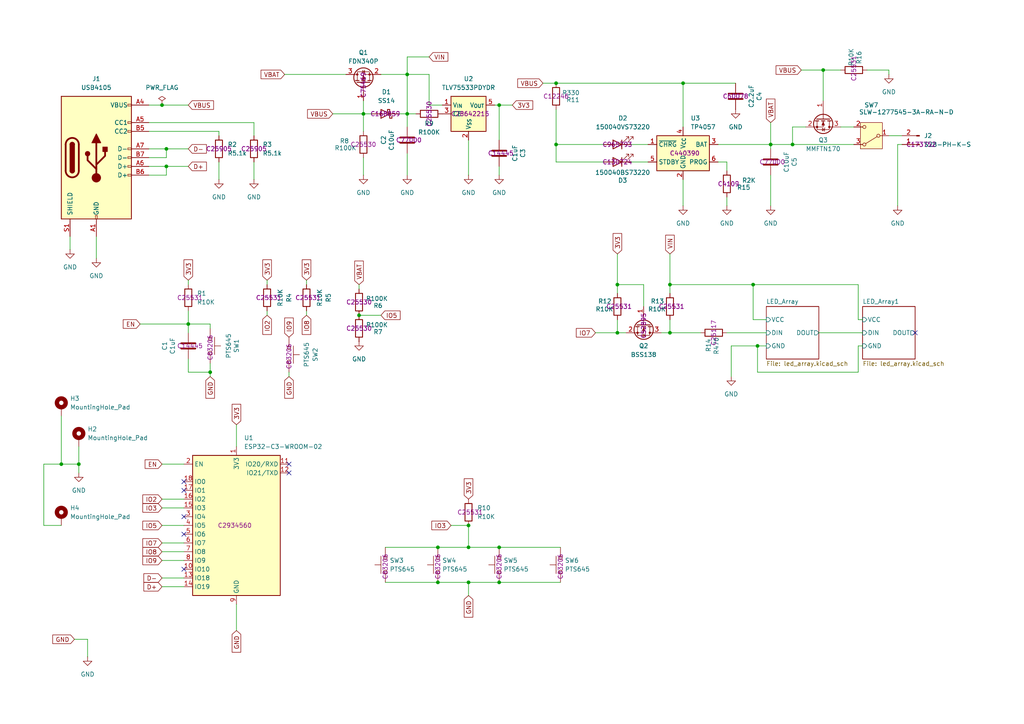
<source format=kicad_sch>
(kicad_sch (version 20250114) (generator "eeschema") (generator_version "9.0")
  (paper "A4")
  (lib_symbols
    (symbol "Battery_Management:TP4057"
      (property "Reference" "U" (at -6.35 6.604 0))
      (property "Value" "TP4057" (at 1.524 6.604 0))
      (symbol "TP4057_0_1"
        (rectangle (start -7.62 5.08) (end 7.62 -5.08) (stroke (width 0.254)) (fill (type background)))
      )
      (symbol "TP4057_1_1"
        (pin open_collector line (at -10.16 2.54 0) (length 2.54) (name "~{CHRG}") (number "1"))
        (pin open_collector line (at -10.16 -2.54 0) (length 2.54) (name "STDBY") (number "5"))
        (pin power_in line (at 0 7.62 270) (length 2.54) (name "V_{CC}") (number "4"))
        (pin power_in line (at 0 -7.62 90) (length 2.54) (name "GND") (number "2"))
        (pin power_out line (at 10.16 2.54 180) (length 2.54) (name "BAT") (number "3"))
        (pin passive line (at 10.16 -2.54 180) (length 2.54) (name "PROG") (number "6"))
      )
    )
    (symbol "Connector:Conn_01x02_Pin" (pin_names (offset 1.016) (hide yes))
      (property "Reference" "J" (at 0 2.54 0))
      (property "Value" "Conn_01x02_Pin" (at 0 -5.08 0))
      (symbol "Conn_01x02_Pin_1_1"
        (rectangle (start 0.8636 0.127) (end 0 -0.127) (stroke (width 0.1524)) (fill (type outline)))
        (rectangle (start 0.8636 -2.413) (end 0 -2.667) (stroke (width 0.1524)) (fill (type outline)))
        (polyline (pts (xy 1.27 0) (xy 0.8636 0)) (stroke (width 0.1524)))
        (polyline (pts (xy 1.27 -2.54) (xy 0.8636 -2.54)) (stroke (width 0.1524)))
        (pin passive line (at 5.08 0 180) (length 3.81) (name "Pin_1") (number "1"))
        (pin passive line (at 5.08 -2.54 180) (length 3.81) (name "Pin_2") (number "2"))
      )
    )
    (symbol "Connector:USB_C_Receptacle_USB2.0_14P" (pin_names (offset 1.016))
      (property "Reference" "J" (at 0 22.225 0))
      (property "Value" "USB_C_Receptacle_USB2.0_14P" (at 0 19.685 0))
      (symbol "USB_C_Receptacle_USB2.0_14P_0_0"
        (rectangle (start -0.254 -17.78) (end 0.254 -16.764))
        (rectangle (start 10.16 15.494) (end 9.144 14.986))
        (rectangle (start 10.16 10.414) (end 9.144 9.906))
        (rectangle (start 10.16 7.874) (end 9.144 7.366))
        (rectangle (start 10.16 2.794) (end 9.144 2.286))
        (rectangle (start 10.16 0.254) (end 9.144 -0.254))
        (rectangle (start 10.16 -2.286) (end 9.144 -2.794))
        (rectangle (start 10.16 -4.826) (end 9.144 -5.334))
      )
      (symbol "USB_C_Receptacle_USB2.0_14P_0_1"
        (rectangle (start -10.16 17.78) (end 10.16 -17.78) (stroke (width 0.254)) (fill (type background)))
        (polyline (pts (xy -8.89 -3.81) (xy -8.89 3.81)) (stroke (width 0.508)))
        (rectangle (start -7.62 -3.81) (end -6.35 3.81) (stroke (width 0.254)) (fill (type outline)))
        (arc (start -7.62 3.81) (mid -6.985 4.4423) (end -6.35 3.81) (stroke (width 0.254)))
        (arc (start -7.62 3.81) (mid -6.985 4.4423) (end -6.35 3.81) (stroke (width 0.254)) (fill (type outline)))
        (arc (start -8.89 3.81) (mid -6.985 5.7067) (end -5.08 3.81) (stroke (width 0.508)))
        (arc (start -5.08 -3.81) (mid -6.985 -5.7067) (end -8.89 -3.81) (stroke (width 0.508)))
        (arc (start -6.35 -3.81) (mid -6.985 -4.4423) (end -7.62 -3.81) (stroke (width 0.254)))
        (arc (start -6.35 -3.81) (mid -6.985 -4.4423) (end -7.62 -3.81) (stroke (width 0.254)) (fill (type outline)))
        (polyline (pts (xy -5.08 3.81) (xy -5.08 -3.81)) (stroke (width 0.508)))
        (circle (center -2.54 1.143) (radius 0.635) (stroke (width 0.254)) (fill (type outline)))
        (polyline (pts (xy -1.27 4.318) (xy 0 6.858) (xy 1.27 4.318) (xy -1.27 4.318)) (stroke (width 0.254)) (fill (type outline)))
        (polyline (pts (xy 0 -2.032) (xy 2.54 0.508) (xy 2.54 1.778)) (stroke (width 0.508)))
        (polyline (pts (xy 0 -3.302) (xy -2.54 -0.762) (xy -2.54 0.508)) (stroke (width 0.508)))
        (polyline (pts (xy 0 -5.842) (xy 0 4.318)) (stroke (width 0.508)))
        (circle (center 0 -5.842) (radius 1.27) (fill (type outline)))
        (rectangle (start 1.905 1.778) (end 3.175 3.048) (stroke (width 0.254)) (fill (type outline)))
      )
      (symbol "USB_C_Receptacle_USB2.0_14P_1_1"
        (pin passive line (at -7.62 -22.86 90) (length 5.08) (name "SHIELD") (number "S1"))
        (pin passive line (at 0 -22.86 90) (length 5.08) (name "GND") (number "A1"))
        (pin passive line (at 0 -22.86 90) (length 5.08) (hide yes) (name "GND") (number "A12"))
        (pin passive line (at 0 -22.86 90) (length 5.08) (hide yes) (name "GND") (number "B1"))
        (pin passive line (at 0 -22.86 90) (length 5.08) (hide yes) (name "GND") (number "B12"))
        (pin passive line (at 15.24 15.24 180) (length 5.08) (name "VBUS") (number "A4"))
        (pin passive line (at 15.24 15.24 180) (length 5.08) (hide yes) (name "VBUS") (number "A9"))
        (pin passive line (at 15.24 15.24 180) (length 5.08) (hide yes) (name "VBUS") (number "B4"))
        (pin passive line (at 15.24 15.24 180) (length 5.08) (hide yes) (name "VBUS") (number "B9"))
        (pin bidirectional line (at 15.24 10.16 180) (length 5.08) (name "CC1") (number "A5"))
        (pin bidirectional line (at 15.24 7.62 180) (length 5.08) (name "CC2") (number "B5"))
        (pin bidirectional line (at 15.24 2.54 180) (length 5.08) (name "D-") (number "A7"))
        (pin bidirectional line (at 15.24 0 180) (length 5.08) (name "D-") (number "B7"))
        (pin bidirectional line (at 15.24 -2.54 180) (length 5.08) (name "D+") (number "A6"))
        (pin bidirectional line (at 15.24 -5.08 180) (length 5.08) (name "D+") (number "B6"))
      )
    )
    (symbol "Device:C" (pin_numbers (hide yes)) (pin_names (offset 0.254))
      (property "Reference" "C" (at 0.635 2.54 0))
      (property "Value" "C" (at 0.635 -2.54 0))
      (symbol "C_0_1"
        (polyline (pts (xy -2.032 0.762) (xy 2.032 0.762)) (stroke (width 0.508)))
        (polyline (pts (xy -2.032 -0.762) (xy 2.032 -0.762)) (stroke (width 0.508)))
      )
      (symbol "C_1_1"
        (pin passive line (at 0 3.81 270) (length 2.794) (name "~") (number "1"))
        (pin passive line (at 0 -3.81 90) (length 2.794) (name "~") (number "2"))
      )
    )
    (symbol "Device:LED" (pin_numbers (hide yes)) (pin_names (offset 1.016) (hide yes))
      (property "Reference" "D" (at 0 2.54 0))
      (property "Value" "LED" (at 0 -2.54 0))
      (symbol "LED_0_1"
        (polyline (pts (xy -3.048 -0.762) (xy -4.572 -2.286) (xy -3.81 -2.286) (xy -4.572 -2.286) (xy -4.572 -1.524)))
        (polyline (pts (xy -1.778 -0.762) (xy -3.302 -2.286) (xy -2.54 -2.286) (xy -3.302 -2.286) (xy -3.302 -1.524)))
        (polyline (pts (xy -1.27 0) (xy 1.27 0)))
        (polyline (pts (xy -1.27 -1.27) (xy -1.27 1.27)) (stroke (width 0.254)))
        (polyline (pts (xy 1.27 -1.27) (xy 1.27 1.27) (xy -1.27 0) (xy 1.27 -1.27)) (stroke (width 0.254)))
      )
      (symbol "LED_1_1"
        (pin passive line (at -3.81 0 0) (length 2.54) (name "K") (number "1"))
        (pin passive line (at 3.81 0 180) (length 2.54) (name "A") (number "2"))
      )
    )
    (symbol "Device:R" (pin_numbers (hide yes)) (pin_names (offset 0))
      (property "Reference" "R" (at 2.032 0 90))
      (property "Value" "R" (at 0 0 90))
      (symbol "R_0_1"
        (rectangle (start -1.016 -2.54) (end 1.016 2.54) (stroke (width 0.254)))
      )
      (symbol "R_1_1"
        (pin passive line (at 0 3.81 270) (length 1.27) (name "~") (number "1"))
        (pin passive line (at 0 -3.81 90) (length 1.27) (name "~") (number "2"))
      )
    )
    (symbol "Diode:SS14" (pin_numbers (hide yes)) (pin_names (offset 1.016) (hide yes))
      (property "Reference" "D" (at 0 2.54 0))
      (property "Value" "SS14" (at 0 -2.54 0))
      (symbol "SS14_0_1"
        (polyline (pts (xy -1.905 0.635) (xy -1.905 1.27) (xy -1.27 1.27) (xy -1.27 -1.27) (xy -0.635 -1.27) (xy -0.635 -0.635)) (stroke (width 0.254)))
        (polyline (pts (xy 1.27 1.27) (xy 1.27 -1.27) (xy -1.27 0) (xy 1.27 1.27)) (stroke (width 0.254)))
        (polyline (pts (xy 1.27 0) (xy -1.27 0)))
      )
      (symbol "SS14_1_1"
        (pin passive line (at -3.81 0 0) (length 2.54) (name "K") (number "1"))
        (pin passive line (at 3.81 0 180) (length 2.54) (name "A") (number "2"))
      )
    )
    (symbol "Mechanical:MountingHole_Pad" (pin_numbers (hide yes)) (pin_names (offset 1.016) (hide yes)) (exclude_from_sim yes) (in_bom no)
      (property "Reference" "H" (at 0 6.35 0))
      (property "Value" "MountingHole_Pad" (at 0 4.445 0))
      (symbol "MountingHole_Pad_0_1"
        (circle (center 0 1.27) (radius 1.27) (stroke (width 1.27)))
      )
      (symbol "MountingHole_Pad_1_1"
        (pin input line (at 0 -2.54 90) (length 2.54) (name "1") (number "1"))
      )
    )
    (symbol "RF_Module:ESP32-C3-WROOM-02"
      (property "Reference" "U" (at -12.192 21.336 0))
      (property "Value" "ESP32-C3-WROOM-02" (at 12.192 21.336 0))
      (symbol "ESP32-C3-WROOM-02_1_1"
        (rectangle (start -12.7 20.32) (end 12.7 -20.32) (stroke (width 0.254)) (fill (type background)))
        (pin input line (at -15.24 17.78 0) (length 2.54) (name "EN") (number "2"))
        (pin bidirectional line (at -15.24 12.7 0) (length 2.54) (name "IO0") (number "18"))
        (pin bidirectional line (at -15.24 10.16 0) (length 2.54) (name "IO1") (number "17"))
        (pin bidirectional line (at -15.24 7.62 0) (length 2.54) (name "IO2") (number "16"))
        (pin bidirectional line (at -15.24 5.08 0) (length 2.54) (name "IO3") (number "15"))
        (pin bidirectional line (at -15.24 2.54 0) (length 2.54) (name "IO4") (number "3"))
        (pin bidirectional line (at -15.24 0 0) (length 2.54) (name "IO5") (number "4"))
        (pin bidirectional line (at -15.24 -2.54 0) (length 2.54) (name "IO6") (number "5"))
        (pin bidirectional line (at -15.24 -5.08 0) (length 2.54) (name "IO7") (number "6"))
        (pin bidirectional line (at -15.24 -7.62 0) (length 2.54) (name "IO8") (number "7"))
        (pin bidirectional line (at -15.24 -10.16 0) (length 2.54) (name "IO9") (number "8"))
        (pin bidirectional line (at -15.24 -12.7 0) (length 2.54) (name "IO10") (number "10"))
        (pin bidirectional line (at -15.24 -15.24 0) (length 2.54) (name "IO18") (number "13"))
        (pin bidirectional line (at -15.24 -17.78 0) (length 2.54) (name "IO19") (number "14"))
        (pin power_in line (at 0 22.86 270) (length 2.54) (name "3V3") (number "1"))
        (pin passive line (at 0 -22.86 90) (length 2.54) (hide yes) (name "GND") (number "19"))
        (pin power_in line (at 0 -22.86 90) (length 2.54) (name "GND") (number "9"))
        (pin bidirectional line (at 15.24 17.78 180) (length 2.54) (name "IO20/RXD") (number "11"))
        (pin bidirectional line (at 15.24 15.24 180) (length 2.54) (name "IO21/TXD") (number "12"))
      )
    )
    (symbol "Regulator_Linear:ME6211C33M5"
      (property "Reference" "U" (at -4.572 6.35 0))
      (property "Value" "ME6211C33M5" (at 10.16 8.636 0))
      (symbol "ME6211C33M5_1_1"
        (rectangle (start -5.08 5.08) (end 5.08 -5.08) (stroke (width 0.254)) (fill (type background)))
        (pin power_in line (at -7.62 2.54 0) (length 2.54) (name "V_{IN}") (number "1"))
        (pin input line (at -7.62 0 0) (length 2.54) (name "CE") (number "3"))
        (pin power_in line (at 0 -7.62 90) (length 2.54) (name "V_{SS}") (number "2"))
        (pin no_connect line (at 5.08 0 180) (length 2.54) (hide yes) (name "NC") (number "4"))
        (pin power_out line (at 7.62 2.54 180) (length 2.54) (name "V_{OUT}") (number "5"))
      )
    )
    (symbol "Switch:SW_Push" (pin_numbers (hide yes)) (pin_names (offset 1.016) (hide yes))
      (property "Reference" "SW" (at 1.27 2.54 0))
      (property "Value" "SW_Push" (at 0 -1.524 0))
      (symbol "SW_Push_0_1"
        (circle (center -2.032 0) (radius 0.508))
        (polyline (pts (xy 0 1.27) (xy 0 3.048)))
        (circle (center 2.032 0) (radius 0.508))
        (polyline (pts (xy 2.54 1.27) (xy -2.54 1.27)))
        (pin passive line (at -5.08 0 0) (length 2.54) (name "1") (number "1"))
        (pin passive line (at 5.08 0 180) (length 2.54) (name "2") (number "2"))
      )
    )
    (symbol "Switch:SW_Wuerth_450301014042" (pin_names (offset 1) (hide yes))
      (property "Reference" "SW" (at 0 5.08 0))
      (property "Value" "SW_Wuerth_450301014042" (at 0 -5.08 0))
      (symbol "SW_Wuerth_450301014042_0_1"
        (circle (center -2.032 0) (radius 0.4572))
        (polyline (pts (xy -1.651 0.254) (xy 1.651 2.286)))
        (circle (center 2.032 2.54) (radius 0.4572))
        (circle (center 2.032 -2.54) (radius 0.4572))
      )
      (symbol "SW_Wuerth_450301014042_1_1"
        (rectangle (start -3.175 3.81) (end 3.175 -3.81) (fill (type background)))
        (pin passive line (at -5.08 0 0) (length 2.54) (name "B") (number "1"))
        (pin passive line (at 5.08 2.54 180) (length 2.54) (name "A") (number "3"))
        (pin passive line (at 5.08 -2.54 180) (length 2.54) (name "C") (number "2"))
      )
    )
    (symbol "Transistor_FET:BSS138" (pin_names (hide yes))
      (property "Reference" "Q" (at 5.08 1.905 0))
      (property "Value" "BSS138" (at 5.08 0 0))
      (symbol "BSS138_0_1"
        (polyline (pts (xy 0.254 1.905) (xy 0.254 -1.905)) (stroke (width 0.254)))
        (polyline (pts (xy 0.254 0) (xy -2.54 0)))
        (polyline (pts (xy 0.762 2.286) (xy 0.762 1.27)) (stroke (width 0.254)))
        (polyline (pts (xy 0.762 0.508) (xy 0.762 -0.508)) (stroke (width 0.254)))
        (polyline (pts (xy 0.762 -1.27) (xy 0.762 -2.286)) (stroke (width 0.254)))
        (polyline (pts (xy 0.762 -1.778) (xy 3.302 -1.778) (xy 3.302 1.778) (xy 0.762 1.778)))
        (polyline (pts (xy 1.016 0) (xy 2.032 0.381) (xy 2.032 -0.381) (xy 1.016 0)) (fill (type outline)))
        (circle (center 1.651 0) (radius 2.794) (stroke (width 0.254)))
        (polyline (pts (xy 2.54 2.54) (xy 2.54 1.778)))
        (circle (center 2.54 1.778) (radius 0.254) (fill (type outline)))
        (circle (center 2.54 -1.778) (radius 0.254) (fill (type outline)))
        (polyline (pts (xy 2.54 -2.54) (xy 2.54 0) (xy 0.762 0)))
        (polyline (pts (xy 2.794 0.508) (xy 2.921 0.381) (xy 3.683 0.381) (xy 3.81 0.254)))
        (polyline (pts (xy 3.302 0.381) (xy 2.921 -0.254) (xy 3.683 -0.254) (xy 3.302 0.381)))
      )
      (symbol "BSS138_1_1"
        (pin input line (at -5.08 0 0) (length 2.54) (name "G") (number "1"))
        (pin passive line (at 2.54 5.08 270) (length 2.54) (name "D") (number "3"))
        (pin passive line (at 2.54 -5.08 90) (length 2.54) (name "S") (number "2"))
      )
    )
    (symbol "Transistor_FET:FDN340P" (pin_names (hide yes))
      (property "Reference" "Q" (at 5.08 1.905 0))
      (property "Value" "FDN340P" (at 5.08 0 0))
      (symbol "FDN340P_0_1"
        (polyline (pts (xy 0.254 1.905) (xy 0.254 -1.905)) (stroke (width 0.254)))
        (polyline (pts (xy 0.254 0) (xy -2.54 0)))
        (polyline (pts (xy 0.762 2.286) (xy 0.762 1.27)) (stroke (width 0.254)))
        (polyline (pts (xy 0.762 1.778) (xy 3.302 1.778) (xy 3.302 -1.778) (xy 0.762 -1.778)))
        (polyline (pts (xy 0.762 0.508) (xy 0.762 -0.508)) (stroke (width 0.254)))
        (polyline (pts (xy 0.762 -1.27) (xy 0.762 -2.286)) (stroke (width 0.254)))
        (circle (center 1.651 0) (radius 2.794) (stroke (width 0.254)))
        (polyline (pts (xy 2.286 0) (xy 1.27 0.381) (xy 1.27 -0.381) (xy 2.286 0)) (fill (type outline)))
        (polyline (pts (xy 2.54 2.54) (xy 2.54 1.778)))
        (circle (center 2.54 1.778) (radius 0.254) (fill (type outline)))
        (circle (center 2.54 -1.778) (radius 0.254) (fill (type outline)))
        (polyline (pts (xy 2.54 -2.54) (xy 2.54 0) (xy 0.762 0)))
        (polyline (pts (xy 2.794 -0.508) (xy 2.921 -0.381) (xy 3.683 -0.381) (xy 3.81 -0.254)))
        (polyline (pts (xy 3.302 -0.381) (xy 2.921 0.254) (xy 3.683 0.254) (xy 3.302 -0.381)))
      )
      (symbol "FDN340P_1_1"
        (pin input line (at -5.08 0 0) (length 2.54) (name "G") (number "1"))
        (pin passive line (at 2.54 5.08 270) (length 2.54) (name "D") (number "3"))
        (pin passive line (at 2.54 -5.08 90) (length 2.54) (name "S") (number "2"))
      )
    )
    (symbol "power:GND" (power) (pin_numbers (hide yes)) (pin_names (offset 0) (hide yes))
      (property "Value" "GND" (at 0 -3.81 0))
      (symbol "GND_0_1"
        (polyline (pts (xy 0 0) (xy 0 -1.27) (xy 1.27 -1.27) (xy 0 -2.54) (xy -1.27 -1.27) (xy 0 -1.27)))
      )
      (symbol "GND_1_1"
        (pin power_in line (at 0 0 270) (length 0) (name "~") (number "1"))
      )
    )
    (symbol "power:PWR_FLAG" (power) (pin_numbers (hide yes)) (pin_names (offset 0) (hide yes))
      (property "Value" "PWR_FLAG" (at 0 3.81 0))
      (symbol "PWR_FLAG_0_0"
        (pin power_out line (at 0 0 90) (length 0) (name "~") (number "1"))
      )
      (symbol "PWR_FLAG_0_1"
        (polyline (pts (xy 0 0) (xy 0 1.27) (xy -1.016 1.905) (xy 0 2.54) (xy 1.016 1.905) (xy 0 1.27)))
      )
    )
  )
  (junction (at 48.26 43.18))
  (junction (at 105.41 33.02))
  (junction (at 161.29 41.91))
  (junction (at 161.29 24.13))
  (junction (at 144.78 30.48))
  (junction (at 54.61 93.98))
  (junction (at 22.86 134.62))
  (junction (at 118.11 33.02))
  (junction (at 104.14 91.44))
  (junction (at 46.99 30.48))
  (junction (at 179.07 82.55))
  (junction (at 17.78 134.62))
  (junction (at 60.96 107.95))
  (junction (at 223.52 41.91))
  (junction (at 118.11 21.59))
  (junction (at 135.89 158.75))
  (junction (at 194.31 96.52))
  (junction (at 127 168.91))
  (junction (at 144.78 168.91))
  (junction (at 229.87 41.91))
  (junction (at 135.89 152.4))
  (junction (at 194.31 82.55))
  (junction (at 179.07 96.52))
  (junction (at 218.44 82.55))
  (junction (at 48.26 48.26))
  (junction (at 238.76 20.32))
  (junction (at 219.71 100.33))
  (junction (at 198.12 24.13))
  (junction (at 135.89 168.91))
  (junction (at 144.78 158.75))
  (junction (at 127 158.75))
  (no_connect (at 53.34 139.7))
  (no_connect (at 53.34 154.94))
  (no_connect (at 83.82 137.16))
  (no_connect (at 265.43 96.52))
  (no_connect (at 53.34 149.86))
  (no_connect (at 53.34 165.1))
  (no_connect (at 53.34 142.24))
  (no_connect (at 83.82 134.62))
  (wire (pts (xy 54.61 93.98) (xy 60.96 93.98)))
  (wire (pts (xy 25.4 185.42) (xy 25.4 190.5)))
  (wire (pts (xy 194.31 82.55) (xy 194.31 85.09)))
  (wire (pts (xy 223.52 35.56) (xy 223.52 41.91)))
  (wire (pts (xy 127 158.75) (xy 135.89 158.75)))
  (wire (pts (xy 194.31 96.52) (xy 203.2 96.52)))
  (wire (pts (xy 60.96 105.41) (xy 60.96 107.95)))
  (wire (pts (xy 198.12 24.13) (xy 198.12 36.83)))
  (wire (pts (xy 43.18 50.8) (xy 48.26 50.8)))
  (wire (pts (xy 105.41 33.02) (xy 105.41 38.1)))
  (wire (pts (xy 144.78 30.48) (xy 148.59 30.48)))
  (wire (pts (xy 257.81 39.37) (xy 261.62 39.37)))
  (wire (pts (xy 43.18 48.26) (xy 48.26 48.26)))
  (wire (pts (xy 17.78 120.65) (xy 17.78 134.62)))
  (wire (pts (xy 48.26 50.8) (xy 48.26 48.26)))
  (wire (pts (xy 12.7 134.62) (xy 17.78 134.62)))
  (wire (pts (xy 43.18 43.18) (xy 48.26 43.18)))
  (wire (pts (xy 73.66 35.56) (xy 73.66 39.37)))
  (wire (pts (xy 218.44 82.55) (xy 248.92 82.55)))
  (wire (pts (xy 135.89 40.64) (xy 135.89 50.8)))
  (wire (pts (xy 135.89 168.91) (xy 135.89 172.72)))
  (wire (pts (xy 130.81 152.4) (xy 135.89 152.4)))
  (wire (pts (xy 105.41 29.21) (xy 105.41 33.02)))
  (wire (pts (xy 218.44 92.71) (xy 222.25 92.71)))
  (wire (pts (xy 46.99 152.4) (xy 53.34 152.4)))
  (wire (pts (xy 144.78 48.26) (xy 144.78 50.8)))
  (wire (pts (xy 223.52 50.8) (xy 223.52 59.69)))
  (wire (pts (xy 194.31 82.55) (xy 218.44 82.55)))
  (wire (pts (xy 186.69 82.55) (xy 179.07 82.55)))
  (wire (pts (xy 260.35 41.91) (xy 260.35 59.69)))
  (wire (pts (xy 238.76 29.21) (xy 238.76 20.32)))
  (wire (pts (xy 77.47 81.28) (xy 77.47 82.55)))
  (wire (pts (xy 182.88 41.91) (xy 187.96 41.91)))
  (wire (pts (xy 243.84 36.83) (xy 247.65 36.83)))
  (wire (pts (xy 191.77 96.52) (xy 194.31 96.52)))
  (wire (pts (xy 179.07 92.71) (xy 179.07 96.52)))
  (wire (pts (xy 46.99 134.62) (xy 53.34 134.62)))
  (wire (pts (xy 46.99 170.18) (xy 53.34 170.18)))
  (wire (pts (xy 229.87 41.91) (xy 247.65 41.91)))
  (wire (pts (xy 248.92 107.95) (xy 219.71 107.95)))
  (wire (pts (xy 63.5 38.1) (xy 63.5 39.37)))
  (wire (pts (xy 179.07 96.52) (xy 181.61 96.52)))
  (wire (pts (xy 157.48 24.13) (xy 161.29 24.13)))
  (wire (pts (xy 83.82 107.95) (xy 83.82 109.22)))
  (wire (pts (xy 128.27 30.48) (xy 124.46 30.48)))
  (wire (pts (xy 144.78 158.75) (xy 162.56 158.75)))
  (wire (pts (xy 54.61 90.17) (xy 54.61 93.98)))
  (wire (pts (xy 194.31 92.71) (xy 194.31 96.52)))
  (wire (pts (xy 238.76 20.32) (xy 243.84 20.32)))
  (wire (pts (xy 161.29 46.99) (xy 175.26 46.99)))
  (wire (pts (xy 210.82 46.99) (xy 208.28 46.99)))
  (wire (pts (xy 115.57 33.02) (xy 118.11 33.02)))
  (wire (pts (xy 124.46 21.59) (xy 118.11 21.59)))
  (wire (pts (xy 82.55 21.59) (xy 100.33 21.59)))
  (wire (pts (xy 104.14 91.44) (xy 110.49 91.44)))
  (wire (pts (xy 118.11 16.51) (xy 118.11 21.59)))
  (wire (pts (xy 218.44 82.55) (xy 218.44 92.71)))
  (wire (pts (xy 48.26 48.26) (xy 54.61 48.26)))
  (wire (pts (xy 261.62 41.91) (xy 260.35 41.91)))
  (wire (pts (xy 54.61 107.95) (xy 60.96 107.95)))
  (wire (pts (xy 223.52 41.91) (xy 229.87 41.91)))
  (wire (pts (xy 111.76 158.75) (xy 127 158.75)))
  (wire (pts (xy 46.99 30.48) (xy 54.61 30.48)))
  (wire (pts (xy 233.68 36.83) (xy 229.87 36.83)))
  (wire (pts (xy 40.64 93.98) (xy 54.61 93.98)))
  (wire (pts (xy 127 168.91) (xy 135.89 168.91)))
  (wire (pts (xy 210.82 59.69) (xy 210.82 57.15)))
  (wire (pts (xy 223.52 41.91) (xy 223.52 43.18)))
  (wire (pts (xy 172.72 96.52) (xy 179.07 96.52)))
  (wire (pts (xy 210.82 46.99) (xy 210.82 49.53)))
  (wire (pts (xy 118.11 33.02) (xy 118.11 36.83)))
  (wire (pts (xy 250.19 92.71) (xy 248.92 92.71)))
  (wire (pts (xy 118.11 44.45) (xy 118.11 50.8)))
  (wire (pts (xy 143.51 30.48) (xy 144.78 30.48)))
  (wire (pts (xy 88.9 90.17) (xy 88.9 91.44)))
  (wire (pts (xy 46.99 157.48) (xy 53.34 157.48)))
  (wire (pts (xy 237.49 96.52) (xy 250.19 96.52)))
  (wire (pts (xy 186.69 82.55) (xy 186.69 88.9)))
  (wire (pts (xy 182.88 46.99) (xy 187.96 46.99)))
  (wire (pts (xy 219.71 107.95) (xy 219.71 100.33)))
  (wire (pts (xy 88.9 81.28) (xy 88.9 82.55)))
  (wire (pts (xy 161.29 31.75) (xy 161.29 41.91)))
  (wire (pts (xy 22.86 134.62) (xy 22.86 137.16)))
  (wire (pts (xy 135.89 158.75) (xy 144.78 158.75)))
  (wire (pts (xy 210.82 96.52) (xy 222.25 96.52)))
  (wire (pts (xy 161.29 24.13) (xy 198.12 24.13)))
  (wire (pts (xy 179.07 85.09) (xy 179.07 82.55)))
  (wire (pts (xy 73.66 46.99) (xy 73.66 52.07)))
  (wire (pts (xy 68.58 123.19) (xy 68.58 129.54)))
  (wire (pts (xy 17.78 134.62) (xy 22.86 134.62)))
  (wire (pts (xy 124.46 30.48) (xy 124.46 21.59)))
  (wire (pts (xy 20.32 68.58) (xy 20.32 72.39)))
  (wire (pts (xy 248.92 100.33) (xy 248.92 107.95)))
  (wire (pts (xy 63.5 46.99) (xy 63.5 52.07)))
  (wire (pts (xy 179.07 82.55) (xy 179.07 73.66)))
  (wire (pts (xy 161.29 41.91) (xy 175.26 41.91)))
  (wire (pts (xy 229.87 36.83) (xy 229.87 41.91)))
  (wire (pts (xy 46.99 160.02) (xy 53.34 160.02)))
  (wire (pts (xy 135.89 152.4) (xy 135.89 158.75)))
  (wire (pts (xy 219.71 100.33) (xy 212.09 100.33)))
  (wire (pts (xy 48.26 45.72) (xy 48.26 43.18)))
  (wire (pts (xy 257.81 21.59) (xy 257.81 20.32)))
  (wire (pts (xy 118.11 21.59) (xy 110.49 21.59)))
  (wire (pts (xy 46.99 147.32) (xy 53.34 147.32)))
  (wire (pts (xy 43.18 30.48) (xy 46.99 30.48)))
  (wire (pts (xy 198.12 24.13) (xy 213.36 24.13)))
  (wire (pts (xy 144.78 30.48) (xy 144.78 40.64)))
  (wire (pts (xy 60.96 107.95) (xy 60.96 109.22)))
  (wire (pts (xy 46.99 162.56) (xy 53.34 162.56)))
  (wire (pts (xy 60.96 93.98) (xy 60.96 95.25)))
  (wire (pts (xy 124.46 16.51) (xy 118.11 16.51)))
  (wire (pts (xy 118.11 33.02) (xy 120.65 33.02)))
  (wire (pts (xy 48.26 43.18) (xy 54.61 43.18)))
  (wire (pts (xy 257.81 20.32) (xy 251.46 20.32)))
  (wire (pts (xy 248.92 92.71) (xy 248.92 82.55)))
  (wire (pts (xy 68.58 175.26) (xy 68.58 182.88)))
  (wire (pts (xy 105.41 45.72) (xy 105.41 50.8)))
  (wire (pts (xy 43.18 38.1) (xy 63.5 38.1)))
  (wire (pts (xy 144.78 168.91) (xy 162.56 168.91)))
  (wire (pts (xy 118.11 21.59) (xy 118.11 33.02)))
  (wire (pts (xy 96.52 33.02) (xy 105.41 33.02)))
  (wire (pts (xy 17.78 152.4) (xy 12.7 152.4)))
  (wire (pts (xy 12.7 152.4) (xy 12.7 134.62)))
  (wire (pts (xy 250.19 100.33) (xy 248.92 100.33)))
  (wire (pts (xy 105.41 33.02) (xy 107.95 33.02)))
  (wire (pts (xy 232.41 20.32) (xy 238.76 20.32)))
  (wire (pts (xy 194.31 73.66) (xy 194.31 82.55)))
  (wire (pts (xy 54.61 104.14) (xy 54.61 107.95)))
  (wire (pts (xy 54.61 93.98) (xy 54.61 96.52)))
  (wire (pts (xy 222.25 100.33) (xy 219.71 100.33)))
  (wire (pts (xy 77.47 90.17) (xy 77.47 91.44)))
  (wire (pts (xy 135.89 168.91) (xy 144.78 168.91)))
  (wire (pts (xy 198.12 52.07) (xy 198.12 59.69)))
  (wire (pts (xy 53.34 144.78) (xy 46.99 144.78)))
  (wire (pts (xy 161.29 41.91) (xy 161.29 46.99)))
  (wire (pts (xy 43.18 45.72) (xy 48.26 45.72)))
  (wire (pts (xy 22.86 129.54) (xy 22.86 134.62)))
  (wire (pts (xy 208.28 41.91) (xy 223.52 41.91)))
  (wire (pts (xy 104.14 82.55) (xy 104.14 83.82)))
  (wire (pts (xy 21.59 185.42) (xy 25.4 185.42)))
  (wire (pts (xy 54.61 81.28) (xy 54.61 82.55)))
  (wire (pts (xy 212.09 100.33) (xy 212.09 109.22)))
  (wire (pts (xy 111.76 168.91) (xy 127 168.91)))
  (wire (pts (xy 46.99 167.64) (xy 53.34 167.64)))
  (wire (pts (xy 43.18 35.56) (xy 73.66 35.56)))
  (wire (pts (xy 27.94 68.58) (xy 27.94 74.93)))
  (global_label "D-" (shape input) (at 46.99 167.64 180) (property "Intersheetrefs" "${INTERSHEET_REFS}" (effects (hide yes))))
  (global_label "VBUS" (shape input) (at 232.41 20.32 180) (property "Intersheetrefs" "${INTERSHEET_REFS}" (effects (hide yes))))
  (global_label "VIN" (shape input) (at 124.46 16.51 0) (property "Intersheetrefs" "${INTERSHEET_REFS}" (effects (hide yes))))
  (global_label "IO9" (shape input) (at 46.99 162.56 180) (property "Intersheetrefs" "${INTERSHEET_REFS}" (effects (hide yes))))
  (global_label "IO9" (shape input) (at 83.82 97.79 90) (property "Intersheetrefs" "${INTERSHEET_REFS}" (effects (hide yes))))
  (global_label "D+" (shape input) (at 54.61 48.26 0) (property "Intersheetrefs" "${INTERSHEET_REFS}" (effects (hide yes))))
  (global_label "GND" (shape input) (at 68.58 182.88 270) (property "Intersheetrefs" "${INTERSHEET_REFS}" (effects (hide yes))))
  (global_label "GND" (shape input) (at 83.82 109.22 270) (property "Intersheetrefs" "${INTERSHEET_REFS}" (effects (hide yes))))
  (global_label "3V3" (shape input) (at 54.61 81.28 90) (property "Intersheetrefs" "${INTERSHEET_REFS}" (effects (hide yes))))
  (global_label "3V3" (shape input) (at 148.59 30.48 0) (property "Intersheetrefs" "${INTERSHEET_REFS}" (effects (hide yes))))
  (global_label "IO5" (shape input) (at 46.99 152.4 180) (property "Intersheetrefs" "${INTERSHEET_REFS}" (effects (hide yes))))
  (global_label "VBUS" (shape input) (at 96.52 33.02 180) (property "Intersheetrefs" "${INTERSHEET_REFS}" (effects (hide yes))))
  (global_label "IO3" (shape input) (at 46.99 147.32 180) (property "Intersheetrefs" "${INTERSHEET_REFS}" (effects (hide yes))))
  (global_label "3V3" (shape input) (at 77.47 81.28 90) (property "Intersheetrefs" "${INTERSHEET_REFS}" (effects (hide yes))))
  (global_label "GND" (shape input) (at 135.89 172.72 270) (property "Intersheetrefs" "${INTERSHEET_REFS}" (effects (hide yes))))
  (global_label "D-" (shape input) (at 54.61 43.18 0) (property "Intersheetrefs" "${INTERSHEET_REFS}" (effects (hide yes))))
  (global_label "3V3" (shape input) (at 179.07 73.66 90) (property "Intersheetrefs" "${INTERSHEET_REFS}" (effects (hide yes))))
  (global_label "VIN" (shape input) (at 194.31 73.66 90) (property "Intersheetrefs" "${INTERSHEET_REFS}" (effects (hide yes))))
  (global_label "D+" (shape input) (at 46.99 170.18 180) (property "Intersheetrefs" "${INTERSHEET_REFS}" (effects (hide yes))))
  (global_label "VBAT" (shape input) (at 223.52 35.56 90) (property "Intersheetrefs" "${INTERSHEET_REFS}" (effects (hide yes))))
  (global_label "IO3" (shape input) (at 130.81 152.4 180) (property "Intersheetrefs" "${INTERSHEET_REFS}" (effects (hide yes))))
  (global_label "EN" (shape input) (at 40.64 93.98 180) (property "Intersheetrefs" "${INTERSHEET_REFS}" (effects (hide yes))))
  (global_label "IO5" (shape input) (at 110.49 91.44 0) (property "Intersheetrefs" "${INTERSHEET_REFS}" (effects (hide yes))))
  (global_label "IO2" (shape input) (at 46.99 144.78 180) (property "Intersheetrefs" "${INTERSHEET_REFS}" (effects (hide yes))))
  (global_label "IO8" (shape input) (at 46.99 160.02 180) (property "Intersheetrefs" "${INTERSHEET_REFS}" (effects (hide yes))))
  (global_label "GND" (shape input) (at 21.59 185.42 180) (property "Intersheetrefs" "${INTERSHEET_REFS}" (effects (hide yes))))
  (global_label "VBUS" (shape input) (at 157.48 24.13 180) (property "Intersheetrefs" "${INTERSHEET_REFS}" (effects (hide yes))))
  (global_label "3V3" (shape input) (at 68.58 123.19 90) (property "Intersheetrefs" "${INTERSHEET_REFS}" (effects (hide yes))))
  (global_label "VBUS" (shape input) (at 54.61 30.48 0) (property "Intersheetrefs" "${INTERSHEET_REFS}" (effects (hide yes))))
  (global_label "3V3" (shape input) (at 88.9 81.28 90) (property "Intersheetrefs" "${INTERSHEET_REFS}" (effects (hide yes))))
  (global_label "VBAT" (shape input) (at 104.14 82.55 90) (property "Intersheetrefs" "${INTERSHEET_REFS}" (effects (hide yes))))
  (global_label "EN" (shape input) (at 46.99 134.62 180) (property "Intersheetrefs" "${INTERSHEET_REFS}" (effects (hide yes))))
  (global_label "3V3" (shape input) (at 135.89 144.78 90) (property "Intersheetrefs" "${INTERSHEET_REFS}" (effects (hide yes))))
  (global_label "IO7" (shape input) (at 172.72 96.52 180) (property "Intersheetrefs" "${INTERSHEET_REFS}" (effects (hide yes))))
  (global_label "VBAT" (shape input) (at 82.55 21.59 180) (property "Intersheetrefs" "${INTERSHEET_REFS}" (effects (hide yes))))
  (global_label "GND" (shape input) (at 60.96 109.22 270) (property "Intersheetrefs" "${INTERSHEET_REFS}" (effects (hide yes))))
  (global_label "IO8" (shape input) (at 88.9 91.44 270) (property "Intersheetrefs" "${INTERSHEET_REFS}" (effects (hide yes))))
  (global_label "IO2" (shape input) (at 77.47 91.44 270) (property "Intersheetrefs" "${INTERSHEET_REFS}" (effects (hide yes))))
  (global_label "IO7" (shape input) (at 46.99 157.48 180) (property "Intersheetrefs" "${INTERSHEET_REFS}" (effects (hide yes))))
  (symbol (lib_id "Device:R") (at 73.66 43.18 0) (unit 1)
    (property "Reference" "R3" (at 76.2 41.9099 0) (effects (justify left)))
    (property "Value" "R5.1k" (at 76.2 44.4499 0) (effects (justify left)))
    (property "Footprint" "Resistor_SMD:R_0402_1005Metric" (effects (hide yes)))
    (property "Description" "Resistor" (effects (hide yes)))
    (property "LCSC" "C25905" (at 73.66 43.18 0))
  )
  (symbol (lib_id "Mechanical:MountingHole_Pad") (at 22.86 127 0) (unit 1) (exclude_from_sim yes) (in_bom no)
    (property "Reference" "H2" (at 25.4 124.4599 0) (effects (justify left)))
    (property "Value" "MountingHole_Pad" (at 25.4 126.9999 0) (effects (justify left)))
    (property "Footprint" "MountingHole:MountingHole_3.2mm_M3_DIN965_Pad_TopBottom" (effects (hide yes)))
    (property "Description" "Mounting Hole with connection" (effects (hide yes)))
  )
  (symbol (lib_id "Device:R") (at 207.01 96.52 90) (unit 1)
    (property "Reference" "R14" (at 205.486 102.108 0) (effects (justify left)))
    (property "Value" "R470" (at 207.772 102.87 0) (effects (justify left)))
    (property "Footprint" "Resistor_SMD:R_0402_1005Metric" (effects (hide yes)))
    (property "Description" "Resistor" (effects (hide yes)))
    (property "LCSC" "C25117" (at 207.01 96.52 0))
  )
  (symbol (lib_id "Switch:SW_Push") (at 162.56 163.83 90) (unit 1)
    (property "Reference" "SW6" (at 163.83 162.5599 90) (effects (justify right)))
    (property "Value" "PTS645" (at 163.83 165.0999 90) (effects (justify right)))
    (property "Footprint" "Button_Switch_SMD:SW_SPST_PTS645" (effects (hide yes)))
    (property "Description" "Push button switch, generic, two pins" (effects (hide yes)))
    (property "LCSC" "C83206 " (at 162.56 163.83 0))
  )
  (symbol (lib_id "Device:C") (at 54.61 100.33 180) (unit 1)
    (property "Reference" "C1" (at 47.752 100.33 90))
    (property "Value" "C1uF" (at 50.038 100.33 90))
    (property "Footprint" "Capacitor_SMD:C_0402_1005Metric" (effects (hide yes)))
    (property "Description" "Unpolarized capacitor" (effects (hide yes)))
    (property "LCSC" " C14445" (at 54.61 100.33 0))
  )
  (symbol (lib_id "Device:R") (at 135.89 148.59 180) (unit 1)
    (property "Reference" "R10" (at 138.43 147.3199 0) (effects (justify right)))
    (property "Value" "R10K" (at 138.43 149.8599 0) (effects (justify right)))
    (property "Footprint" "Resistor_SMD:R_0402_1005Metric" (effects (hide yes)))
    (property "Description" "Resistor" (effects (hide yes)))
    (property "LCSC" " C25531" (at 135.89 148.59 0))
  )
  (symbol (lib_id "Switch:SW_Push") (at 60.96 100.33 270) (unit 1)
    (property "Reference" "SW1" (at 68.58 100.33 0))
    (property "Value" "PTS645" (at 66.294 100.33 0))
    (property "Footprint" "Button_Switch_SMD:SW_SPST_PTS645" (effects (hide yes)))
    (property "Description" "Push button switch, generic, two pins" (effects (hide yes)))
    (property "LCSC" "C83206 " (at 60.96 100.33 0))
  )
  (symbol (lib_id "Device:R") (at 194.31 88.9 0) (unit 1)
    (property "Reference" "R13" (at 188.722 87.376 0) (effects (justify left)))
    (property "Value" "R10K" (at 187.96 89.662 0) (effects (justify left)))
    (property "Footprint" "Resistor_SMD:R_0402_1005Metric" (effects (hide yes)))
    (property "Description" "Resistor" (effects (hide yes)))
    (property "LCSC" " C25531" (at 194.31 88.9 0))
  )
  (symbol (lib_id "Transistor_FET:FDN340P") (at 105.41 24.13 90) (unit 1)
    (property "Reference" "Q1" (at 105.41 15.24 90))
    (property "Value" "FDN340P" (at 105.41 17.78 90))
    (property "Footprint" "Package_TO_SOT_SMD:SOT-23" (effects (hide yes)))
    (property "Datasheet" "https://www.onsemi.com/pub/Collateral/FDN340P-D.PDF" (effects (hide yes)))
    (property "Description" "-2A Id, -20V Vds, P-Channel MOSFET, 70mOhm Ron, SOT-23" (effects (hide yes)))
    (property "LCSC" "C75469 " (at 105.41 24.13 0))
  )
  (symbol (lib_id "Switch:SW_Push") (at 83.82 102.87 270) (mirror x) (unit 1)
    (property "Reference" "SW2" (at 91.44 102.87 0))
    (property "Value" "PTS645" (at 88.9 102.87 0))
    (property "Footprint" "Button_Switch_SMD:SW_SPST_PTS645" (effects (hide yes)))
    (property "Description" "Push button switch, generic, two pins" (effects (hide yes)))
    (property "LCSC" "C83206 " (at 83.82 102.87 0))
  )
  (symbol (lib_id "Device:C") (at 213.36 27.94 0) (unit 1)
    (property "Reference" "C4" (at 220.218 27.94 90))
    (property "Value" "C2.2uF" (at 217.932 27.94 90))
    (property "Footprint" "Capacitor_SMD:C_0402_1005Metric" (effects (hide yes)))
    (property "Description" "Unpolarized capacitor" (effects (hide yes)))
    (property "LCSC" "C60078" (at 213.36 27.94 0))
  )
  (symbol (lib_id "power:GND") (at 213.36 31.75 0) (unit 1)
    (property "Reference" "#PWR014" (effects (hide yes)))
    (property "Value" "GND" (at 213.36 36.83 0))
    (property "Description" "Power symbol creates a global label with name \"GND\" , ground" (effects (hide yes)))
  )
  (symbol (lib_id "Switch:SW_Push") (at 111.76 163.83 90) (unit 1)
    (property "Reference" "SW3" (at 113.03 162.5599 90) (effects (justify right)))
    (property "Value" "PTS645" (at 113.03 165.0999 90) (effects (justify right)))
    (property "Footprint" "Button_Switch_SMD:SW_SPST_PTS645" (effects (hide yes)))
    (property "Description" "Push button switch, generic, two pins" (effects (hide yes)))
    (property "LCSC" "C83206 " (at 111.76 163.83 0))
  )
  (symbol (lib_id "Device:C") (at 223.52 46.99 0) (unit 1)
    (property "Reference" "C5" (at 230.378 46.99 90))
    (property "Value" "C10uF" (at 228.092 46.99 90))
    (property "Footprint" "Capacitor_SMD:C_0402_1005Metric" (effects (hide yes)))
    (property "Description" "Unpolarized capacitor" (effects (hide yes)))
    (property "LCSC" " C77000" (at 223.52 46.99 0))
  )
  (symbol (lib_id "Mechanical:MountingHole_Pad") (at 17.78 149.86 0) (unit 1) (exclude_from_sim yes) (in_bom no)
    (property "Reference" "H4" (at 20.32 147.3199 0) (effects (justify left)))
    (property "Value" "MountingHole_Pad" (at 20.32 149.8599 0) (effects (justify left)))
    (property "Footprint" "MountingHole:MountingHole_3.2mm_M3_DIN965_Pad_TopBottom" (effects (hide yes)))
    (property "Description" "Mounting Hole with connection" (effects (hide yes)))
  )
  (symbol (lib_id "Switch:SW_Push") (at 127 163.83 90) (unit 1)
    (property "Reference" "SW4" (at 128.27 162.5599 90) (effects (justify right)))
    (property "Value" "PTS645" (at 128.27 165.0999 90) (effects (justify right)))
    (property "Footprint" "Button_Switch_SMD:SW_SPST_PTS645" (effects (hide yes)))
    (property "Description" "Push button switch, generic, two pins" (effects (hide yes)))
    (property "LCSC" "C83206 " (at 127 163.83 0))
  )
  (symbol (lib_id "Transistor_FET:BSS138") (at 186.69 93.98 270) (unit 1)
    (property "Reference" "Q2" (at 186.69 100.33 90))
    (property "Value" "BSS138" (at 186.69 102.87 90))
    (property "Footprint" "Package_TO_SOT_SMD:SOT-23" (effects (hide yes)))
    (property "Datasheet" "https://www.onsemi.com/pub/Collateral/BSS138-D.PDF" (effects (hide yes)))
    (property "Description" "50V Vds, 0.22A Id, N-Channel MOSFET, SOT-23" (effects (hide yes)))
    (property "LCSC" "C52895 " (at 186.69 93.98 0))
  )
  (symbol (lib_id "Connector:Conn_01x02_Pin") (at 266.7 41.91 180) (unit 1)
    (property "Reference" "J2" (at 267.97 39.3699 0) (effects (justify right)))
    (property "Value" "S2B-PH-K-S" (at 267.97 41.9099 0) (effects (justify right)))
    (property "Footprint" "Connector_JST:JST_PH_S2B-PH-K_1x02_P2.00mm_Horizontal" (effects (hide yes)))
    (property "Description" "Generic connector, single row, 01x02, script generated" (effects (hide yes)))
    (property "LCSC" " C173752" (at 266.7 41.91 0))
  )
  (symbol (lib_id "Device:C") (at 118.11 40.64 180) (unit 1)
    (property "Reference" "C2" (at 111.252 40.64 90))
    (property "Value" "C10uF" (at 113.538 40.64 90))
    (property "Footprint" "Capacitor_SMD:C_0402_1005Metric" (effects (hide yes)))
    (property "Description" "Unpolarized capacitor" (effects (hide yes)))
    (property "LCSC" " C77000" (at 118.11 40.64 0))
  )
  (symbol (lib_id "Connector:USB_C_Receptacle_USB2.0_14P") (at 27.94 45.72 0) (unit 1)
    (property "Reference" "J1" (at 27.94 22.86 0))
    (property "Value" "USB4105" (at 27.94 25.4 0))
    (property "Footprint" "Connector_USB:USB_C_Receptacle_GCT_USB4105-xx-A_16P_TopMnt_Horizontal" (effects (hide yes)))
    (property "Datasheet" "https://www.usb.org/sites/default/files/documents/usb_type-c.zip" (effects (hide yes)))
    (property "Description" "USB 2.0-only 14P Type-C Receptacle connector" (effects (hide yes)))
  )
  (symbol (lib_id "power:GND") (at 73.66 52.07 0) (unit 1)
    (property "Reference" "#PWR05" (effects (hide yes)))
    (property "Value" "GND" (at 73.66 57.15 0))
    (property "Description" "Power symbol creates a global label with name \"GND\" , ground" (effects (hide yes)))
  )
  (symbol (lib_id "power:GND") (at 260.35 59.69 0) (unit 1)
    (property "Reference" "#PWR016" (effects (hide yes)))
    (property "Value" "GND" (at 260.35 64.77 0))
    (property "Description" "Power symbol creates a global label with name \"GND\" , ground" (effects (hide yes)))
  )
  (symbol (lib_id "Device:R") (at 179.07 88.9 0) (unit 1)
    (property "Reference" "R12" (at 173.482 87.376 0) (effects (justify left)))
    (property "Value" "R10K" (at 172.72 89.662 0) (effects (justify left)))
    (property "Footprint" "Resistor_SMD:R_0402_1005Metric" (effects (hide yes)))
    (property "Description" "Resistor" (effects (hide yes)))
    (property "LCSC" " C25531" (at 179.07 88.9 0))
  )
  (symbol (lib_id "Device:R") (at 77.47 86.36 0) (unit 1)
    (property "Reference" "R4" (at 83.82 86.36 90))
    (property "Value" "R10K" (at 81.28 86.36 90))
    (property "Footprint" "Resistor_SMD:R_0402_1005Metric" (effects (hide yes)))
    (property "Description" "Resistor" (effects (hide yes)))
    (property "LCSC" " C25531" (at 77.47 86.36 0))
  )
  (symbol (lib_id "power:GND") (at 198.12 59.69 0) (unit 1)
    (property "Reference" "#PWR011" (effects (hide yes)))
    (property "Value" "GND" (at 198.12 64.77 0))
    (property "Description" "Power symbol creates a global label with name \"GND\" , ground" (effects (hide yes)))
  )
  (symbol (lib_id "Device:R") (at 124.46 33.02 270) (unit 1)
    (property "Reference" "R9" (at 124.46 35.814 90))
    (property "Value" "R100K" (at 124.46 38.354 90))
    (property "Footprint" "Resistor_SMD:R_0402_1005Metric" (effects (hide yes)))
    (property "Description" "Resistor" (effects (hide yes)))
    (property "LCSC" "C25530" (at 124.46 33.02 0))
  )
  (symbol (lib_id "power:GND") (at 105.41 50.8 0) (unit 1)
    (property "Reference" "#PWR07" (effects (hide yes)))
    (property "Value" "GND" (at 105.41 55.88 0))
    (property "Description" "Power symbol creates a global label with name \"GND\" , ground" (effects (hide yes)))
  )
  (symbol (lib_id "Battery_Management:TP4057") (at 198.12 44.45 0) (unit 1)
    (property "Reference" "U3" (at 200.3141 34.29 0) (effects (justify left)))
    (property "Value" "TP4057" (at 200.3141 36.83 0) (effects (justify left)))
    (property "Footprint" "Package_TO_SOT_SMD:TSOT-23-6" (effects (hide yes)))
    (property "Datasheet" "http://toppwr.com/uploadfile/file/20230304/640302a47b738.pdf" (effects (hide yes)))
    (property "Description" "Constant-current/constant-voltage linear charger for single cell lithium-ion batteries with 2.9V Trickle Charge, 4.5V to 6.5V VDD, -40 to +85 degree Celsius, TSOT-23-6" (effects (hide yes)))
    (property "LCSC" " C440390" (at 198.12 44.45 0))
  )
  (symbol (lib_id "Diode:SS14") (at 111.76 33.02 180) (unit 1)
    (property "Reference" "D1" (at 112.0775 26.67 0))
    (property "Value" "SS14" (at 112.0775 29.21 0))
    (property "Footprint" "Diode_SMD:D_SMA" (effects (hide yes)))
    (property "Datasheet" "https://www.vishay.com/docs/88746/ss12.pdf" (effects (hide yes)))
    (property "Description" "40V 1A Schottky Diode, SMA" (effects (hide yes)))
    (property "LCSC" "C168859" (at 111.76 33.02 0))
  )
  (symbol (lib_id "Device:R") (at 54.61 86.36 180) (unit 1)
    (property "Reference" "R1" (at 57.15 85.0899 0) (effects (justify right)))
    (property "Value" "R10K" (at 57.15 87.6299 0) (effects (justify right)))
    (property "Footprint" "Resistor_SMD:R_0402_1005Metric" (effects (hide yes)))
    (property "Description" "Resistor" (effects (hide yes)))
    (property "LCSC" " C25531" (at 54.61 86.36 0))
  )
  (symbol (lib_id "power:PWR_FLAG") (at 46.99 30.48 0) (unit 1)
    (property "Reference" "#FLG01" (effects (hide yes)))
    (property "Value" "PWR_FLAG" (at 46.99 25.4 0))
    (property "Description" "Special symbol for telling ERC where power comes from" (effects (hide yes)))
  )
  (symbol (lib_id "power:GND") (at 27.94 74.93 0) (unit 1)
    (property "Reference" "#PWR03" (effects (hide yes)))
    (property "Value" "GND" (at 27.94 80.01 0))
    (property "Description" "Power symbol creates a global label with name \"GND\" , ground" (effects (hide yes)))
  )
  (symbol (lib_id "power:GND") (at 144.78 50.8 0) (unit 1)
    (property "Reference" "#PWR010" (effects (hide yes)))
    (property "Value" "GND" (at 144.78 55.88 0))
    (property "Description" "Power symbol creates a global label with name \"GND\" , ground" (effects (hide yes)))
  )
  (symbol (lib_id "Device:R") (at 104.14 95.25 180) (unit 1)
    (property "Reference" "R7" (at 110.998 96.266 0) (effects (justify left)))
    (property "Value" "R100K" (at 112.522 94.234 0) (effects (justify left)))
    (property "Footprint" "Resistor_SMD:R_0402_1005Metric" (effects (hide yes)))
    (property "Description" "Resistor" (effects (hide yes)))
    (property "LCSC" "C25530" (at 104.14 95.25 0))
  )
  (symbol (lib_id "Device:R") (at 247.65 20.32 270) (unit 1)
    (property "Reference" "R16" (at 249.174 14.732 0) (effects (justify left)))
    (property "Value" "R10K" (at 246.888 13.97 0) (effects (justify left)))
    (property "Footprint" "Resistor_SMD:R_0402_1005Metric" (effects (hide yes)))
    (property "Description" "Resistor" (effects (hide yes)))
    (property "LCSC" " C25531" (at 247.65 20.32 0))
  )
  (symbol (lib_id "Switch:SW_Wuerth_450301014042") (at 252.73 39.37 180) (unit 1)
    (property "Reference" "SW7" (at 252.73 30.48 0))
    (property "Value" "SLW-1277545-3A-RA-N-D" (at 262.89 32.512 0))
    (property "Footprint" "Button_Switch_THT:SW_Slide_SPDT_Angled_CK_OS102011MA1Q" (effects (hide yes)))
    (property "Datasheet" "https://www.we-https://www.mouser.de/datasheet/2/1628/slw_1277545_3a_ra_n_d-3510939.pdf" (effects (hide yes)))
    (property "Description" "Switch slide, single pole double throw" (effects (hide yes)))
  )
  (symbol (lib_id "Transistor_FET:BSS138") (at 238.76 34.29 270) (unit 1)
    (property "Reference" "Q3" (at 238.76 40.64 90))
    (property "Value" "MMFTN170" (at 238.76 43.18 90))
    (property "Footprint" "Package_TO_SOT_SMD:SOT-23" (effects (hide yes)))
    (property "Datasheet" "https://diotec.com/request/datasheet/mmftn170.pdf" (effects (hide yes)))
    (property "Description" "50V Vds, 0.5A Id, N-Channel MOSFET, SOT-23" (effects (hide yes)))
  )
  (symbol (lib_id "power:GND") (at 257.81 21.59 0) (unit 1)
    (property "Reference" "#PWR018" (effects (hide yes)))
    (property "Value" "GND" (at 257.81 26.67 0))
    (property "Description" "Power symbol creates a global label with name \"GND\" , ground" (effects (hide yes)))
  )
  (symbol (lib_id "Device:LED") (at 179.07 41.91 180) (unit 1)
    (property "Reference" "D2" (at 180.6575 34.29 0))
    (property "Value" "150040VS73220" (at 180.6575 36.83 0))
    (property "Footprint" "LED_SMD:LED_0402_1005Metric" (effects (hide yes)))
    (property "Description" "Light emitting diode" (effects (hide yes)))
    (property "Sim.Pins" "1=K 2=A" (effects (hide yes)))
    (property "LCSC" "C965793" (at 179.07 41.91 0))
  )
  (symbol (lib_id "Device:R") (at 105.41 41.91 0) (unit 1)
    (property "Reference" "R8" (at 98.552 40.894 0) (effects (justify left)))
    (property "Value" "R100K" (at 97.028 42.926 0) (effects (justify left)))
    (property "Footprint" "Resistor_SMD:R_0402_1005Metric" (effects (hide yes)))
    (property "Description" "Resistor" (effects (hide yes)))
    (property "LCSC" "C25530" (at 105.41 41.91 0))
  )
  (symbol (lib_id "Regulator_Linear:ME6211C33M5") (at 135.89 33.02 0) (unit 1)
    (property "Reference" "U2" (at 135.89 22.86 0))
    (property "Value" "TLV75533PDYDR" (at 135.89 25.4 0))
    (property "Footprint" "Package_TO_SOT_SMD:SOT-23-5" (effects (hide yes)))
    (property "Datasheet" "https://www.lcsc.com/datasheet/lcsc_datasheet_2304140030_MICRONE-Nanjing-Micro-One-Elec-ME6211C33R5G_C235316.pdf" (effects (hide yes)))
    (property "Description" "500mA low dropout linear regulator, shutdown pin, 6.5V max input voltage, 3.3V fixed positive output, SOT-23-5" (effects (hide yes)))
    (property "AltMPN" "ME6211C33M5" (effects (hide yes)))
    (property "LCSC" " C28642215" (at 135.89 33.02 0))
  )
  (symbol (lib_id "Device:R") (at 161.29 27.94 180) (unit 1)
    (property "Reference" "R11" (at 168.148 28.956 0) (effects (justify left)))
    (property "Value" "R330" (at 168.148 26.924 0) (effects (justify left)))
    (property "Footprint" "Resistor_SMD:R_0402_1005Metric" (effects (hide yes)))
    (property "Description" "Resistor" (effects (hide yes)))
    (property "LCSC" "C12246" (at 161.29 27.94 0))
  )
  (symbol (lib_id "Device:R") (at 210.82 53.34 180) (unit 1)
    (property "Reference" "R15" (at 217.678 54.356 0) (effects (justify left)))
    (property "Value" "R2K" (at 219.202 52.324 0) (effects (justify left)))
    (property "Footprint" "Resistor_SMD:R_0402_1005Metric" (effects (hide yes)))
    (property "Description" "Resistor" (effects (hide yes)))
    (property "LCSC" " C4109" (at 210.82 53.34 0))
  )
  (symbol (lib_id "power:GND") (at 63.5 52.07 0) (unit 1)
    (property "Reference" "#PWR04" (effects (hide yes)))
    (property "Value" "GND" (at 63.5 57.15 0))
    (property "Description" "Power symbol creates a global label with name \"GND\" , ground" (effects (hide yes)))
  )
  (symbol (lib_id "power:GND") (at 212.09 109.22 0) (unit 1)
    (property "Reference" "#PWR013" (effects (hide yes)))
    (property "Value" "GND" (at 212.09 114.3 0))
    (property "Description" "Power symbol creates a global label with name \"GND\" , ground" (effects (hide yes)))
  )
  (symbol (lib_id "power:GND") (at 22.86 137.16 0) (unit 1)
    (property "Reference" "#PWR017" (effects (hide yes)))
    (property "Value" "GND" (at 22.86 142.24 0))
    (property "Description" "Power symbol creates a global label with name \"GND\" , ground" (effects (hide yes)))
  )
  (symbol (lib_id "power:GND") (at 223.52 59.69 0) (unit 1)
    (property "Reference" "#PWR015" (effects (hide yes)))
    (property "Value" "GND" (at 223.52 64.77 0))
    (property "Description" "Power symbol creates a global label with name \"GND\" , ground" (effects (hide yes)))
  )
  (symbol (lib_id "power:GND") (at 104.14 99.06 0) (unit 1)
    (property "Reference" "#PWR06" (effects (hide yes)))
    (property "Value" "GND" (at 104.14 104.14 0))
    (property "Description" "Power symbol creates a global label with name \"GND\" , ground" (effects (hide yes)))
  )
  (symbol (lib_id "RF_Module:ESP32-C3-WROOM-02") (at 68.58 152.4 0) (unit 1)
    (property "Reference" "U1" (at 70.7741 127 0) (effects (justify left)))
    (property "Value" "ESP32-C3-WROOM-02" (at 70.7741 129.54 0) (effects (justify left)))
    (property "Footprint" "RF_Module:ESP32-C3-WROOM-02" (effects (hide yes)))
    (property "Datasheet" "https://www.espressif.com/sites/default/files/documentation/esp32-c3-wroom-02_datasheet_en.pdf" (effects (hide yes)))
    (property "Description" "802.11 b/g/n Wi­Fi and Bluetooth 5 module, ESP32­C3 SoC, RISC­V microprocessor, On-board antenna" (effects (hide yes)))
    (property "LCSC" "C2934560 " (at 68.58 152.4 0))
  )
  (symbol (lib_id "power:GND") (at 118.11 50.8 0) (unit 1)
    (property "Reference" "#PWR08" (effects (hide yes)))
    (property "Value" "GND" (at 118.11 55.88 0))
    (property "Description" "Power symbol creates a global label with name \"GND\" , ground" (effects (hide yes)))
  )
  (symbol (lib_id "power:GND") (at 210.82 59.69 0) (unit 1)
    (property "Reference" "#PWR012" (effects (hide yes)))
    (property "Value" "GND" (at 210.82 64.77 0))
    (property "Description" "Power symbol creates a global label with name \"GND\" , ground" (effects (hide yes)))
  )
  (symbol (lib_id "Device:C") (at 144.78 44.45 0) (unit 1)
    (property "Reference" "C3" (at 151.638 44.45 90))
    (property "Value" "C1uF" (at 149.352 44.45 90))
    (property "Footprint" "Capacitor_SMD:C_0402_1005Metric" (effects (hide yes)))
    (property "Description" "Unpolarized capacitor" (effects (hide yes)))
    (property "LCSC" " C14445" (at 144.78 44.45 0))
  )
  (symbol (lib_id "power:GND") (at 135.89 50.8 0) (unit 1)
    (property "Reference" "#PWR09" (effects (hide yes)))
    (property "Value" "GND" (at 135.89 55.88 0))
    (property "Description" "Power symbol creates a global label with name \"GND\" , ground" (effects (hide yes)))
  )
  (symbol (lib_id "power:GND") (at 25.4 190.5 0) (unit 1)
    (property "Reference" "#PWR02" (effects (hide yes)))
    (property "Value" "GND" (at 25.4 195.58 0))
    (property "Description" "Power symbol creates a global label with name \"GND\" , ground" (effects (hide yes)))
  )
  (symbol (lib_id "Device:R") (at 63.5 43.18 180) (unit 1)
    (property "Reference" "R2" (at 66.04 41.9099 0) (effects (justify right)))
    (property "Value" "R5.1k" (at 66.04 44.4499 0) (effects (justify right)))
    (property "Footprint" "Resistor_SMD:R_0402_1005Metric" (effects (hide yes)))
    (property "Description" "Resistor" (effects (hide yes)))
    (property "LCSC" "C25905" (at 63.5 43.18 0))
  )
  (symbol (lib_id "Mechanical:MountingHole_Pad") (at 17.78 118.11 0) (unit 1) (exclude_from_sim yes) (in_bom no)
    (property "Reference" "H3" (at 20.32 115.5699 0) (effects (justify left)))
    (property "Value" "MountingHole_Pad" (at 20.32 118.1099 0) (effects (justify left)))
    (property "Footprint" "MountingHole:MountingHole_3.2mm_M3_DIN965_Pad_TopBottom" (effects (hide yes)))
    (property "Description" "Mounting Hole with connection" (effects (hide yes)))
  )
  (symbol (lib_id "Device:R") (at 88.9 86.36 0) (unit 1)
    (property "Reference" "R5" (at 95.25 86.36 90))
    (property "Value" "R10K" (at 92.71 86.36 90))
    (property "Footprint" "Resistor_SMD:R_0402_1005Metric" (effects (hide yes)))
    (property "Description" "Resistor" (effects (hide yes)))
    (property "LCSC" " C25531" (at 88.9 86.36 0))
  )
  (symbol (lib_id "power:GND") (at 20.32 72.39 0) (unit 1)
    (property "Reference" "#PWR01" (effects (hide yes)))
    (property "Value" "GND" (at 20.32 77.47 0))
    (property "Description" "Power symbol creates a global label with name \"GND\" , ground" (effects (hide yes)))
  )
  (symbol (lib_id "Device:R") (at 104.14 87.63 180) (unit 1)
    (property "Reference" "R6" (at 110.998 88.646 0) (effects (justify left)))
    (property "Value" "R100K" (at 112.522 86.614 0) (effects (justify left)))
    (property "Footprint" "Resistor_SMD:R_0402_1005Metric" (effects (hide yes)))
    (property "Description" "Resistor" (effects (hide yes)))
    (property "LCSC" "C25530" (at 104.14 87.63 0))
  )
  (symbol (lib_id "Switch:SW_Push") (at 144.78 163.83 90) (unit 1)
    (property "Reference" "SW5" (at 146.05 162.5599 90) (effects (justify right)))
    (property "Value" "PTS645" (at 146.05 165.0999 90) (effects (justify right)))
    (property "Footprint" "Button_Switch_SMD:SW_SPST_PTS645" (effects (hide yes)))
    (property "Description" "Push button switch, generic, two pins" (effects (hide yes)))
    (property "LCSC" "C83206 " (at 144.78 163.83 0))
  )
  (symbol (lib_id "Device:LED") (at 179.07 46.99 180) (unit 1)
    (property "Reference" "D3" (at 180.594 52.324 0))
    (property "Value" "150040BS73220" (at 180.594 50.038 0))
    (property "Footprint" "LED_SMD:LED_0402_1005Metric" (effects (hide yes)))
    (property "Description" "Light emitting diode" (effects (hide yes)))
    (property "Sim.Pins" "1=K 2=A" (effects (hide yes)))
    (property "LCSC" "C130724" (at 179.07 46.99 0))
  )
  (sheet (at 250.19 88.9) (size 15.24 15.24) (stroke (width 0.1524))
    (property "Sheetname" "LED_Array1" (at 250.19 88.1884 0) (effects (justify left bottom)))
    (property "Sheetfile" "led_array.kicad_sch" (at 250.19 104.7246 0) (effects (justify left top)))
    (pin "DIN" input (at 250.19 96.52 180))
    (pin "GND" input (at 250.19 100.33 180))
    (pin "DOUT" output (at 265.43 96.52 0))
    (pin "VCC" input (at 250.19 92.71 180))
  )
  (sheet (at 222.25 88.9) (size 15.24 15.24) (stroke (width 0.1524))
    (property "Sheetname" "LED_Array" (at 222.25 88.1884 0) (effects (justify left bottom)))
    (property "Sheetfile" "led_array.kicad_sch" (at 222.25 104.7246 0) (effects (justify left top)))
    (pin "DIN" input (at 222.25 96.52 180))
    (pin "GND" input (at 222.25 100.33 180))
    (pin "DOUT" output (at 237.49 96.52 0))
    (pin "VCC" input (at 222.25 92.71 180))
  )
)
</source>
